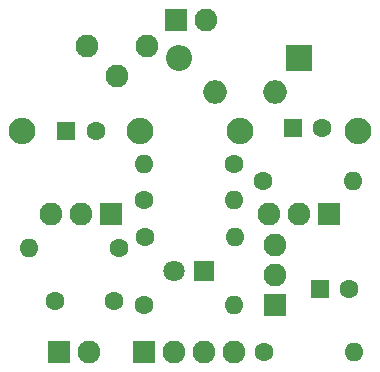
<source format=gbs>
%TF.GenerationSoftware,KiCad,Pcbnew,6.0.0+dfsg1-2*%
%TF.CreationDate,2022-01-11T21:16:39+02:00*%
%TF.ProjectId,omega,6f6d6567-612e-46b6-9963-61645f706362,rev?*%
%TF.SameCoordinates,Original*%
%TF.FileFunction,Soldermask,Bot*%
%TF.FilePolarity,Negative*%
%FSLAX46Y46*%
G04 Gerber Fmt 4.6, Leading zero omitted, Abs format (unit mm)*
G04 Created by KiCad (PCBNEW 6.0.0+dfsg1-2) date 2022-01-11 21:16:39*
%MOMM*%
%LPD*%
G01*
G04 APERTURE LIST*
%ADD10C,1.600000*%
%ADD11O,1.600000X1.600000*%
%ADD12R,1.600000X1.600000*%
%ADD13O,2.250000X2.250000*%
%ADD14R,1.930400X1.930400*%
%ADD15O,1.930400X1.930400*%
%ADD16R,2.200000X2.200000*%
%ADD17O,2.200000X2.200000*%
%ADD18O,2.000000X2.000000*%
%ADD19R,1.800000X1.800000*%
%ADD20C,1.800000*%
G04 APERTURE END LIST*
D10*
%TO.C,R5*%
X112649000Y-67564000D03*
D11*
X120269000Y-67564000D03*
%TD*%
D10*
%TO.C,R2*%
X100457000Y-73279000D03*
D11*
X92837000Y-73279000D03*
%TD*%
D12*
%TO.C,C3*%
X115189000Y-63119000D03*
D10*
X117689000Y-63119000D03*
%TD*%
%TO.C,R3*%
X102616000Y-69215000D03*
D11*
X110236000Y-69215000D03*
%TD*%
D13*
%TO.C,RV1*%
X102282000Y-63358000D03*
X92282000Y-63358000D03*
D14*
X99822000Y-70358000D03*
D15*
X97282000Y-70358000D03*
X94742000Y-70358000D03*
%TD*%
D16*
%TO.C,D1*%
X115697000Y-57150000D03*
D17*
X105537000Y-57150000D03*
%TD*%
D12*
%TO.C,C6*%
X96012000Y-63373000D03*
D10*
X98512000Y-63373000D03*
%TD*%
%TO.C,R4*%
X110236000Y-66167000D03*
D11*
X102616000Y-66167000D03*
%TD*%
D14*
%TO.C,J3*%
X95377000Y-82042000D03*
D15*
X97917000Y-82042000D03*
%TD*%
D14*
%TO.C,J1*%
X102616000Y-82042000D03*
D15*
X105156000Y-82042000D03*
X107696000Y-82042000D03*
X110236000Y-82042000D03*
%TD*%
D18*
%TO.C,C2*%
X108585000Y-60071000D03*
X113665000Y-60071000D03*
%TD*%
D10*
%TO.C,C1*%
X100076000Y-77724000D03*
X95076000Y-77724000D03*
%TD*%
D14*
%TO.C,J2*%
X105283000Y-53975000D03*
D15*
X107823000Y-53975000D03*
%TD*%
D12*
%TO.C,C7*%
X117475000Y-76708000D03*
D10*
X119975000Y-76708000D03*
%TD*%
D14*
%TO.C,Q2*%
X113665000Y-78105000D03*
D15*
X113665000Y-75565000D03*
X113665000Y-73025000D03*
%TD*%
D13*
%TO.C,RV3*%
X120697000Y-63358000D03*
X110697000Y-63358000D03*
D14*
X118237000Y-70358000D03*
D15*
X115697000Y-70358000D03*
X113157000Y-70358000D03*
%TD*%
%TO.C,RV2*%
X102870000Y-56134000D03*
X100330000Y-58674000D03*
X97790000Y-56134000D03*
%TD*%
D10*
%TO.C,R1*%
X102616000Y-78105000D03*
D11*
X110236000Y-78105000D03*
%TD*%
D10*
%TO.C,R6*%
X112776000Y-82042000D03*
D11*
X120396000Y-82042000D03*
%TD*%
D10*
%TO.C,R7*%
X102626117Y-72324058D03*
D11*
X110246117Y-72324058D03*
%TD*%
D19*
%TO.C,D2*%
X107696000Y-75184000D03*
D20*
X105156000Y-75184000D03*
%TD*%
M02*

</source>
